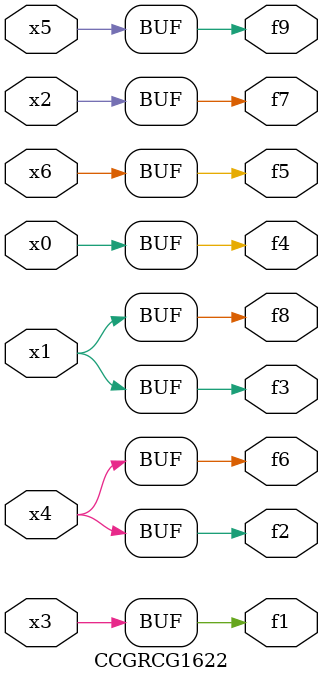
<source format=v>
module CCGRCG1622(
	input x0, x1, x2, x3, x4, x5, x6,
	output f1, f2, f3, f4, f5, f6, f7, f8, f9
);
	assign f1 = x3;
	assign f2 = x4;
	assign f3 = x1;
	assign f4 = x0;
	assign f5 = x6;
	assign f6 = x4;
	assign f7 = x2;
	assign f8 = x1;
	assign f9 = x5;
endmodule

</source>
